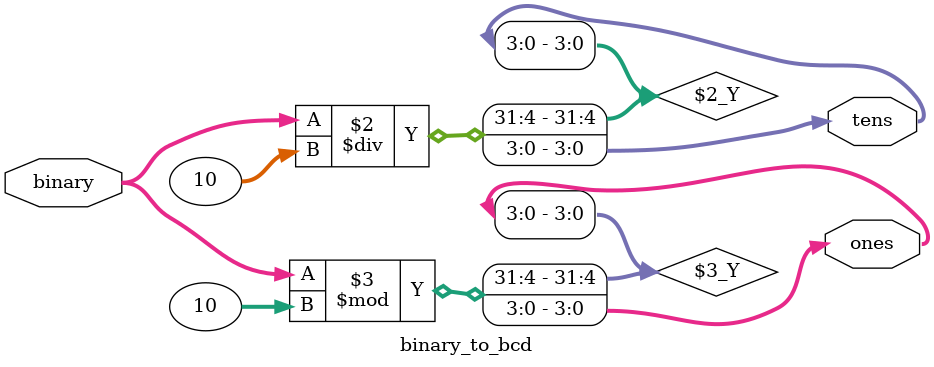
<source format=v>
`timescale 1ns / 1ps


module binary_to_bcd (
    input [4:0] binary,  // 5-bit binary input
    output reg [3:0] tens, // Tens digit (BCD)
    output reg [3:0] ones  // Ones digit (BCD)
);
    always @(*) begin
        tens = binary / 10;  // Integer division for tens place
        ones = binary % 10;  // Remainder for ones place
    end
endmodule


</source>
